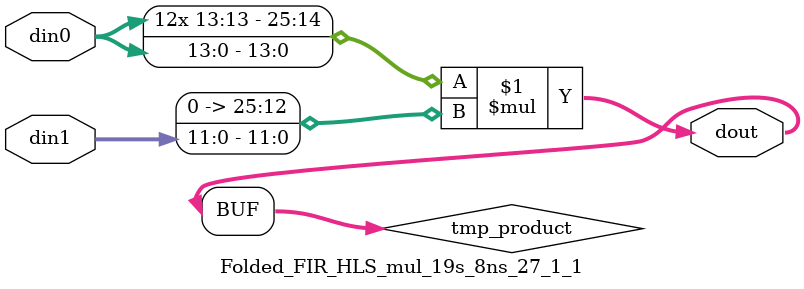
<source format=v>

`timescale 1 ns / 1 ps

 module Folded_FIR_HLS_mul_19s_8ns_27_1_1(din0, din1, dout);
parameter ID = 1;
parameter NUM_STAGE = 0;
parameter din0_WIDTH = 14;
parameter din1_WIDTH = 12;
parameter dout_WIDTH = 26;

input [din0_WIDTH - 1 : 0] din0; 
input [din1_WIDTH - 1 : 0] din1; 
output [dout_WIDTH - 1 : 0] dout;

wire signed [dout_WIDTH - 1 : 0] tmp_product;


























assign tmp_product = $signed(din0) * $signed({1'b0, din1});









assign dout = tmp_product;





















endmodule

</source>
